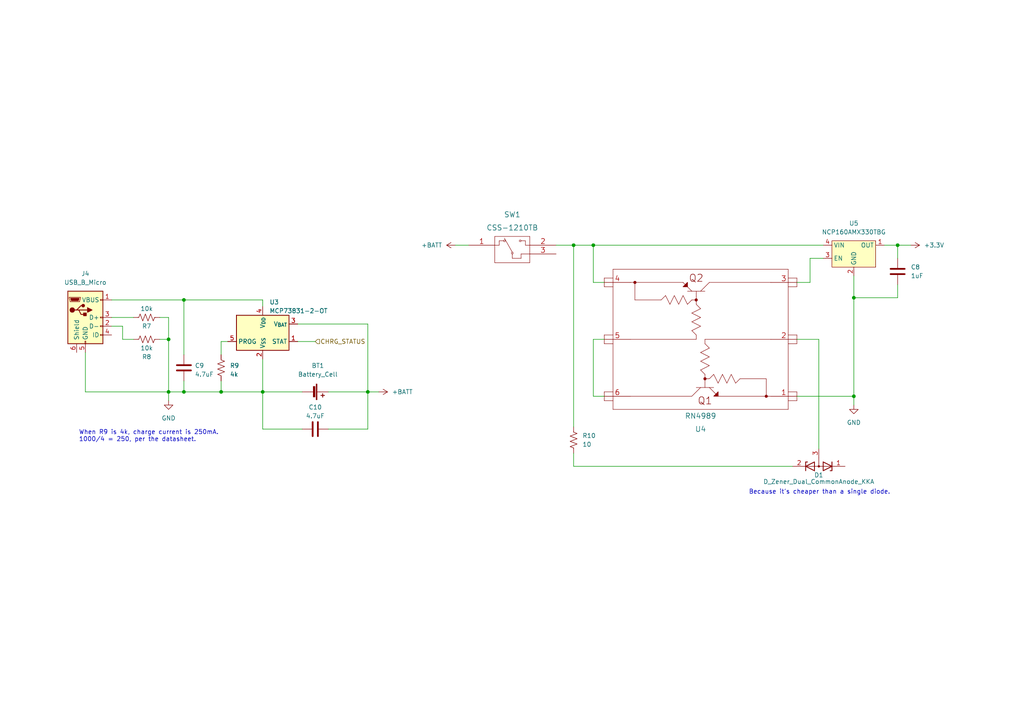
<source format=kicad_sch>
(kicad_sch (version 20230121) (generator eeschema)
  (paper "A4")
  (title_block (title "Power") (rev "1"))
  (lib_symbols
    (symbol "Battery_Management:MCP73831-2-OT"
      (property "Reference" "U" (at -7.62 6.35 0))
      (property "Value" "MCP73831-2-OT" (at 1.27 6.35 0))
      (symbol "MCP73831-2-OT_0_1"
        (rectangle (start -7.62 5.08) (end 7.62 -5.08) (stroke (width 0.254)) (fill (type background)))
      )
      (symbol "MCP73831-2-OT_1_1"
        (pin output line (at 10.16 -2.54 180) (length 2.54) (name "STAT") (number "1"))
        (pin power_in line (at 0 -7.62 90) (length 2.54) (name "V_{SS}") (number "2"))
        (pin power_out line (at 10.16 2.54 180) (length 2.54) (name "V_{BAT}") (number "3"))
        (pin power_in line (at 0 7.62 270) (length 2.54) (name "V_{DD}") (number "4"))
        (pin input line (at -10.16 -2.54 0) (length 2.54) (name "PROG") (number "5"))
      )
    )
    (symbol "CSS-1210TB:CSS-1210TB" (pin_names (offset 0.254) hide)
      (property "Reference" "SW" (at 12.7 7.62 0))
      (property "Value" "CSS-1210TB" (at 12.7 5.08 0))
      (symbol "CSS-1210TB_1_1"
        (polyline (pts (xy 7.62 -5.08) (xy 17.78 -5.08)) (stroke (width 0.127)))
        (polyline (pts (xy 7.62 0) (xy 8.89 0)) (stroke (width 0.127)))
        (polyline (pts (xy 7.62 2.54) (xy 7.62 -5.08)) (stroke (width 0.127)))
        (polyline (pts (xy 8.89 0) (xy 8.89 1.27)) (stroke (width 0.127)))
        (polyline (pts (xy 8.89 1.27) (xy 10.16 1.27)) (stroke (width 0.127)))
        (polyline (pts (xy 12.7 -3.81) (xy 12.7 -2.54)) (stroke (width 0.127)))
        (polyline (pts (xy 12.7 -2.032) (xy 10.414 2.032)) (stroke (width 0.127)))
        (polyline (pts (xy 15.24 -3.81) (xy 12.7 -3.81)) (stroke (width 0.127)))
        (polyline (pts (xy 15.24 -2.54) (xy 15.24 -3.81)) (stroke (width 0.127)))
        (polyline (pts (xy 15.24 1.27) (xy 16.51 1.27)) (stroke (width 0.127)))
        (polyline (pts (xy 16.51 0) (xy 17.78 0)) (stroke (width 0.127)))
        (polyline (pts (xy 16.51 1.27) (xy 16.51 0)) (stroke (width 0.127)))
        (polyline (pts (xy 17.78 -5.08) (xy 17.78 2.54)) (stroke (width 0.127)))
        (polyline (pts (xy 17.78 -2.54) (xy 15.24 -2.54)) (stroke (width 0.127)))
        (polyline (pts (xy 17.78 2.54) (xy 7.62 2.54)) (stroke (width 0.127)))
        (circle (center 10.414 1.27) (radius 0.254) (stroke (width 0.127)))
        (arc (start 10.668 1.27) (mid 10.668 1.27) (end 10.668 1.27) (stroke (width 0.127)))
        (arc (start 12.7 -2.54) (mid 12.7 -2.54) (end 12.7 -2.54) (stroke (width 0.127)))
        (circle (center 12.7 -2.286) (radius 0.254) (stroke (width 0.127)))
        (circle (center 14.986 1.27) (radius 0.254) (stroke (width 0.127)))
        (arc (start 15.24 1.27) (mid 15.24 1.27) (end 15.24 1.27) (stroke (width 0.127)))
        (pin unspecified line (at 0 0 0) (length 7.62) (name "1") (number "1"))
        (pin unspecified line (at 25.4 0 180) (length 7.62) (name "2") (number "2"))
        (pin unspecified line (at 25.4 -2.54 180) (length 7.62) (name "3") (number "3"))
      )
    )
    (symbol "Connector:USB_B_Micro" (pin_names (offset 1.016))
      (property "Reference" "J" (at -5.08 11.43 0))
      (property "Value" "USB_B_Micro" (at -5.08 8.89 0))
      (symbol "USB_B_Micro_0_1"
        (rectangle (start -5.08 -7.62) (end 5.08 7.62) (stroke (width 0.254)) (fill (type background)))
        (circle (center -3.81 2.159) (radius 0.635) (stroke (width 0.254)) (fill (type outline)))
        (circle (center -0.635 3.429) (radius 0.381) (stroke (width 0.254)) (fill (type outline)))
        (rectangle (start -0.127 -7.62) (end 0.127 -6.858))
        (polyline (pts (xy -1.905 2.159) (xy 0.635 2.159)) (stroke (width 0.254)))
        (polyline (pts (xy -3.175 2.159) (xy -2.54 2.159) (xy -1.27 3.429) (xy -0.635 3.429)) (stroke (width 0.254)))
        (polyline (pts (xy -2.54 2.159) (xy -1.905 2.159) (xy -1.27 0.889) (xy 0 0.889)) (stroke (width 0.254)))
        (polyline (pts (xy 0.635 2.794) (xy 0.635 1.524) (xy 1.905 2.159) (xy 0.635 2.794)) (stroke (width 0.254)) (fill (type outline)))
        (polyline (pts (xy -4.318 5.588) (xy -1.778 5.588) (xy -2.032 4.826) (xy -4.064 4.826) (xy -4.318 5.588)) (fill (type outline)))
        (polyline (pts (xy -4.699 5.842) (xy -4.699 5.588) (xy -4.445 4.826) (xy -4.445 4.572) (xy -1.651 4.572) (xy -1.651 4.826) (xy -1.397 5.588) (xy -1.397 5.842) (xy -4.699 5.842)))
        (rectangle (start 0.254 1.27) (end -0.508 0.508) (stroke (width 0.254)) (fill (type outline)))
        (rectangle (start 5.08 -5.207) (end 4.318 -4.953))
        (rectangle (start 5.08 -2.667) (end 4.318 -2.413))
        (rectangle (start 5.08 -0.127) (end 4.318 0.127))
        (rectangle (start 5.08 4.953) (end 4.318 5.207))
      )
      (symbol "USB_B_Micro_1_1"
        (pin power_out line (at 7.62 5.08 180) (length 2.54) (name "VBUS") (number "1"))
        (pin bidirectional line (at 7.62 -2.54 180) (length 2.54) (name "D-") (number "2"))
        (pin bidirectional line (at 7.62 0 180) (length 2.54) (name "D+") (number "3"))
        (pin passive line (at 7.62 -5.08 180) (length 2.54) (name "ID") (number "4"))
        (pin power_out line (at 0 -10.16 90) (length 2.54) (name "GND") (number "5"))
        (pin passive line (at -2.54 -10.16 90) (length 2.54) (name "Shield") (number "6"))
      )
    )
    (symbol "Device:Battery_Cell" (pin_numbers hide) (pin_names (offset 0) hide)
      (property "Reference" "BT" (at 2.54 2.54 0))
      (property "Value" "Battery_Cell" (at 2.54 0 0))
      (symbol "Battery_Cell_0_1"
        (rectangle (start -2.286 1.778) (end 2.286 1.524) (fill (type outline)))
        (rectangle (start -1.5748 1.1938) (end 1.4732 0.6858) (fill (type outline)))
        (polyline (pts (xy 0 0.762) (xy 0 0)))
        (polyline (pts (xy 0 1.778) (xy 0 2.54)))
        (polyline (pts (xy 0.508 3.429) (xy 1.524 3.429)) (stroke (width 0.254)))
        (polyline (pts (xy 1.016 3.937) (xy 1.016 2.921)) (stroke (width 0.254)))
      )
      (symbol "Battery_Cell_1_1"
        (pin passive line (at 0 5.08 270) (length 2.54) (name "+") (number "1"))
        (pin passive line (at 0 -2.54 90) (length 2.54) (name "-") (number "2"))
      )
    )
    (symbol "Device:C" (pin_numbers hide) (pin_names (offset 0.254))
      (property "Reference" "C" (at 0.635 2.54 0))
      (property "Value" "C" (at 0.635 -2.54 0))
      (symbol "C_0_1"
        (polyline (pts (xy -2.032 -0.762) (xy 2.032 -0.762)) (stroke (width 0.508)))
        (polyline (pts (xy -2.032 0.762) (xy 2.032 0.762)) (stroke (width 0.508)))
      )
      (symbol "C_1_1"
        (pin passive line (at 0 3.81 270) (length 2.794) (name "~") (number "1"))
        (pin passive line (at 0 -3.81 90) (length 2.794) (name "~") (number "2"))
      )
    )
    (symbol "Device:D_Zener_Dual_CommonAnode_KKA" (pin_names (offset 0.762) hide)
      (property "Reference" "D" (at 1.27 -2.54 0))
      (property "Value" "D_Zener_Dual_CommonAnode_KKA" (at 0 2.54 0))
      (symbol "D_Zener_Dual_CommonAnode_KKA_0_1"
        (polyline (pts (xy -3.556 0) (xy 3.81 0)))
        (polyline (pts (xy 0 0) (xy 0 -2.54)))
        (polyline (pts (xy -3.81 -1.27) (xy -3.81 1.27) (xy -3.302 1.27)) (stroke (width 0.254)))
        (polyline (pts (xy 3.302 -1.27) (xy 3.81 -1.27) (xy 3.81 1.27)) (stroke (width 0.254)))
        (polyline (pts (xy -1.27 -1.27) (xy -3.81 0) (xy -1.27 1.27) (xy -1.27 -1.27) (xy -1.27 -1.27) (xy -1.27 -1.27)) (stroke (width 0.254)))
        (polyline (pts (xy 1.27 1.27) (xy 3.81 0) (xy 1.27 -1.27) (xy 1.27 1.27) (xy 1.27 1.27) (xy 1.27 1.27)) (stroke (width 0.254)))
        (circle (center 0 0) (radius 0.254) (fill (type outline)))
        (pin passive line (at -7.62 0 0) (length 3.81) (name "K") (number "1"))
        (pin passive line (at 7.62 0 180) (length 3.81) (name "K") (number "2"))
        (pin passive line (at 0 -5.08 90) (length 2.54) (name "A") (number "3"))
      )
    )
    (symbol "Device:R_US" (pin_numbers hide) (pin_names (offset 0))
      (property "Reference" "R" (at 2.54 0 90))
      (property "Value" "R_US" (at -2.54 0 90))
      (symbol "R_US_0_1"
        (polyline (pts (xy 0 -2.286) (xy 0 -2.54)))
        (polyline (pts (xy 0 2.286) (xy 0 2.54)))
        (polyline (pts (xy 0 -0.762) (xy 1.016 -1.143) (xy 0 -1.524) (xy -1.016 -1.905) (xy 0 -2.286)))
        (polyline (pts (xy 0 0.762) (xy 1.016 0.381) (xy 0 0) (xy -1.016 -0.381) (xy 0 -0.762)))
        (polyline (pts (xy 0 2.286) (xy 1.016 1.905) (xy 0 1.524) (xy -1.016 1.143) (xy 0 0.762)))
      )
      (symbol "R_US_1_1"
        (pin passive line (at 0 3.81 270) (length 1.27) (name "~") (number "1"))
        (pin passive line (at 0 -3.81 90) (length 1.27) (name "~") (number "2"))
      )
    )
    (symbol "NCP160:NCP160AMX330TBG"
      (property "Reference" "U" (at 0 2.54 0))
      (property "Value" "NCP160AMX330TBG" (at 0 0 0))
      (symbol "NCP160AMX330TBG_0_1"
        (rectangle (start -6.35 -2.54) (end 6.35 -10.16) (fill (type background)))
      )
      (symbol "NCP160AMX330TBG_1_1"
        (pin power_out line (at 8.89 -3.81 180) (length 2.54) (name "OUT") (number "1"))
        (pin power_in line (at 0 -12.7 90) (length 2.54) (name "GND") (number "2"))
        (pin input line (at -8.89 -7.62 0) (length 2.54) (name "EN") (number "3"))
        (pin power_in line (at -8.89 -3.81 0) (length 2.54) (name "VIN") (number "4"))
        (pin free line (at 0 -12.7 90) (length 2.54) hide (name "EPAD") (number "5"))
      )
    )
    (symbol "RN4989:RN4989" (pin_names (offset 0.254) hide)
      (property "Reference" "U" (at 27.94 8.89 0))
      (property "Value" "RN4989" (at 27.94 6.35 0))
      (symbol "RN4989_0_0"
        (text "Q1" (at 26.67 1.27 0) (effects (font (size 2.0828 2.0828))))
        (text "Q2" (at 29.21 -34.29 0) (effects (font (size 2.0828 2.0828))))
      )
      (symbol "RN4989_1_1"
        (polyline (pts (xy 0 -34.29) (xy 2.54 -34.29)) (stroke (width 0.127)))
        (polyline (pts (xy 0 -31.75) (xy 0 -34.29)) (stroke (width 0.127)))
        (polyline (pts (xy 0 -31.75) (xy 2.54 -31.75)) (stroke (width 0.127)))
        (polyline (pts (xy 0 -17.78) (xy 2.54 -17.78)) (stroke (width 0.127)))
        (polyline (pts (xy 0 -15.24) (xy 0 -17.78)) (stroke (width 0.127)))
        (polyline (pts (xy 0 -15.24) (xy 2.54 -15.24)) (stroke (width 0.127)))
        (polyline (pts (xy 0 -1.27) (xy 2.54 -1.27)) (stroke (width 0.127)))
        (polyline (pts (xy 0 1.27) (xy 0 -1.27)) (stroke (width 0.127)))
        (polyline (pts (xy 0 1.27) (xy 2.54 1.27)) (stroke (width 0.127)))
        (polyline (pts (xy 2.54 -36.83) (xy 53.34 -36.83)) (stroke (width 0.127)))
        (polyline (pts (xy 2.54 3.81) (xy 2.54 -36.83)) (stroke (width 0.127)))
        (polyline (pts (xy 7.62 -16.51) (xy 26.67 -16.51)) (stroke (width 0.127)))
        (polyline (pts (xy 8.89 -5.08) (xy 8.89 0)) (stroke (width 0.127)))
        (polyline (pts (xy 16.51 -5.08) (xy 8.89 -5.08)) (stroke (width 0.127)))
        (polyline (pts (xy 17.78 -3.81) (xy 16.51 -5.08)) (stroke (width 0.127)))
        (polyline (pts (xy 19.05 -6.35) (xy 17.78 -3.81)) (stroke (width 0.127)))
        (polyline (pts (xy 20.32 -3.81) (xy 19.05 -6.35)) (stroke (width 0.127)))
        (polyline (pts (xy 21.59 -6.35) (xy 20.32 -3.81)) (stroke (width 0.127)))
        (polyline (pts (xy 22.86 -3.81) (xy 21.59 -6.35)) (stroke (width 0.127)))
        (polyline (pts (xy 22.86 -1.27) (xy 24.13 0)) (stroke (width 0.127)))
        (polyline (pts (xy 22.86 0) (xy 7.62 0)) (stroke (width 0.127)))
        (polyline (pts (xy 22.86 0) (xy 22.86 -1.27)) (stroke (width 0.127)))
        (polyline (pts (xy 24.13 -6.35) (xy 22.86 -3.81)) (stroke (width 0.127)))
        (polyline (pts (xy 24.13 -2.54) (xy 29.21 -2.54)) (stroke (width 0.127)))
        (polyline (pts (xy 24.13 0) (xy 22.86 0)) (stroke (width 0.127)))
        (polyline (pts (xy 25.4 -33.02) (xy 7.62 -33.02)) (stroke (width 0.127)))
        (polyline (pts (xy 25.4 -13.97) (xy 27.94 -12.7)) (stroke (width 0.127)))
        (polyline (pts (xy 25.4 -11.43) (xy 27.94 -10.16)) (stroke (width 0.127)))
        (polyline (pts (xy 25.4 -8.89) (xy 27.94 -7.62)) (stroke (width 0.127)))
        (polyline (pts (xy 25.4 -5.08) (xy 24.13 -6.35)) (stroke (width 0.127)))
        (polyline (pts (xy 25.4 -2.54) (xy 22.86 0)) (stroke (width 0.127)))
        (polyline (pts (xy 26.67 -30.48) (xy 31.75 -30.48)) (stroke (width 0.127)))
        (polyline (pts (xy 26.67 -15.24) (xy 25.4 -13.97)) (stroke (width 0.127)))
        (polyline (pts (xy 26.67 -15.24) (xy 26.67 -16.51)) (stroke (width 0.127)))
        (polyline (pts (xy 26.67 -6.35) (xy 26.67 -2.54)) (stroke (width 0.127)))
        (polyline (pts (xy 26.67 -5.08) (xy 25.4 -5.08)) (stroke (width 0.127)))
        (polyline (pts (xy 27.94 -30.48) (xy 25.4 -33.02)) (stroke (width 0.127)))
        (polyline (pts (xy 27.94 -25.4) (xy 30.48 -24.13)) (stroke (width 0.127)))
        (polyline (pts (xy 27.94 -22.86) (xy 30.48 -21.59)) (stroke (width 0.127)))
        (polyline (pts (xy 27.94 -20.32) (xy 30.48 -19.05)) (stroke (width 0.127)))
        (polyline (pts (xy 27.94 -12.7) (xy 25.4 -11.43)) (stroke (width 0.127)))
        (polyline (pts (xy 27.94 -10.16) (xy 25.4 -8.89)) (stroke (width 0.127)))
        (polyline (pts (xy 27.94 -7.62) (xy 26.67 -6.35)) (stroke (width 0.127)))
        (polyline (pts (xy 27.94 -2.54) (xy 30.48 0)) (stroke (width 0.127)))
        (polyline (pts (xy 29.21 -27.94) (xy 30.48 -27.94)) (stroke (width 0.127)))
        (polyline (pts (xy 29.21 -26.67) (xy 27.94 -25.4)) (stroke (width 0.127)))
        (polyline (pts (xy 29.21 -26.67) (xy 29.21 -30.48)) (stroke (width 0.127)))
        (polyline (pts (xy 29.21 -17.78) (xy 29.21 -16.51)) (stroke (width 0.127)))
        (polyline (pts (xy 30.48 -30.48) (xy 33.02 -33.02)) (stroke (width 0.127)))
        (polyline (pts (xy 30.48 -27.94) (xy 31.75 -26.67)) (stroke (width 0.127)))
        (polyline (pts (xy 30.48 -24.13) (xy 27.94 -22.86)) (stroke (width 0.127)))
        (polyline (pts (xy 30.48 -21.59) (xy 27.94 -20.32)) (stroke (width 0.127)))
        (polyline (pts (xy 30.48 -19.05) (xy 29.21 -17.78)) (stroke (width 0.127)))
        (polyline (pts (xy 30.48 0) (xy 48.26 0)) (stroke (width 0.127)))
        (polyline (pts (xy 31.75 -33.02) (xy 33.02 -31.75)) (stroke (width 0.127)))
        (polyline (pts (xy 31.75 -31.75) (xy 31.75 -33.02)) (stroke (width 0.127)))
        (polyline (pts (xy 31.75 -26.67) (xy 33.02 -29.21)) (stroke (width 0.127)))
        (polyline (pts (xy 33.02 -33.02) (xy 48.26 -33.02)) (stroke (width 0.127)))
        (polyline (pts (xy 33.02 -31.75) (xy 31.75 -31.75)) (stroke (width 0.127)))
        (polyline (pts (xy 33.02 -29.21) (xy 34.29 -26.67)) (stroke (width 0.127)))
        (polyline (pts (xy 34.29 -26.67) (xy 35.56 -29.21)) (stroke (width 0.127)))
        (polyline (pts (xy 35.56 -29.21) (xy 36.83 -26.67)) (stroke (width 0.127)))
        (polyline (pts (xy 36.83 -26.67) (xy 38.1 -29.21)) (stroke (width 0.127)))
        (polyline (pts (xy 38.1 -29.21) (xy 39.37 -27.94)) (stroke (width 0.127)))
        (polyline (pts (xy 39.37 -27.94) (xy 46.99 -27.94)) (stroke (width 0.127)))
        (polyline (pts (xy 46.99 -27.94) (xy 46.99 -33.02)) (stroke (width 0.127)))
        (polyline (pts (xy 48.26 -16.51) (xy 29.21 -16.51)) (stroke (width 0.127)))
        (polyline (pts (xy 53.34 -36.83) (xy 53.34 3.81)) (stroke (width 0.127)))
        (polyline (pts (xy 53.34 -31.75) (xy 55.88 -31.75)) (stroke (width 0.127)))
        (polyline (pts (xy 53.34 -15.24) (xy 55.88 -15.24)) (stroke (width 0.127)))
        (polyline (pts (xy 53.34 1.27) (xy 55.88 1.27)) (stroke (width 0.127)))
        (polyline (pts (xy 53.34 3.81) (xy 2.54 3.81)) (stroke (width 0.127)))
        (polyline (pts (xy 55.88 -34.29) (xy 53.34 -34.29)) (stroke (width 0.127)))
        (polyline (pts (xy 55.88 -31.75) (xy 55.88 -34.29)) (stroke (width 0.127)))
        (polyline (pts (xy 55.88 -17.78) (xy 53.34 -17.78)) (stroke (width 0.127)))
        (polyline (pts (xy 55.88 -15.24) (xy 55.88 -17.78)) (stroke (width 0.127)))
        (polyline (pts (xy 55.88 -1.27) (xy 53.34 -1.27)) (stroke (width 0.127)))
        (polyline (pts (xy 55.88 1.27) (xy 55.88 -1.27)) (stroke (width 0.127)))
        (polyline (pts (xy 22.86 0) (xy 24.13 0) (xy 22.86 -1.27) (xy 22.86 0)) (fill (type outline)))
        (polyline (pts (xy 31.75 -31.75) (xy 33.02 -31.75) (xy 31.75 -33.02) (xy 31.75 -31.75)) (fill (type outline)))
        (circle (center 8.89 0) (radius 0.254) (stroke (width 0.381)))
        (circle (center 26.67 -5.08) (radius 0.254) (stroke (width 0.381)))
        (circle (center 29.21 -27.94) (radius 0.254) (stroke (width 0.381)))
        (circle (center 46.99 -33.02) (radius 0.254) (stroke (width 0.381)))
        (pin unspecified line (at 0 0 0) (length 7.62) (name "EMITTER1") (number "1"))
        (pin unspecified line (at 0 -16.51 0) (length 7.62) (name "BASE1") (number "2"))
        (pin unspecified line (at 0 -33.02 0) (length 7.62) (name "COLLECTOR2") (number "3"))
        (pin unspecified line (at 55.88 -33.02 180) (length 7.62) (name "EMITTER2") (number "4"))
        (pin unspecified line (at 55.88 -16.51 180) (length 7.62) (name "BASE2") (number "5"))
        (pin unspecified line (at 55.88 0 180) (length 7.62) (name "COLLECTOR1") (number "6"))
      )
    )
    (symbol "power:+3.3V" (power) (pin_names (offset 0))
      (property "Value" "+3.3V" (at 0 3.556 0))
      (symbol "+3.3V_0_1"
        (polyline (pts (xy -0.762 1.27) (xy 0 2.54)))
        (polyline (pts (xy 0 0) (xy 0 2.54)))
        (polyline (pts (xy 0 2.54) (xy 0.762 1.27)))
      )
      (symbol "+3.3V_1_1"
        (pin power_in line (at 0 0 90) (length 0) hide (name "+3.3V") (number "1"))
      )
    )
    (symbol "power:+BATT" (power) (pin_names (offset 0))
      (property "Value" "+BATT" (at 0 3.556 0))
      (symbol "+BATT_0_1"
        (polyline (pts (xy -0.762 1.27) (xy 0 2.54)))
        (polyline (pts (xy 0 0) (xy 0 2.54)))
        (polyline (pts (xy 0 2.54) (xy 0.762 1.27)))
      )
      (symbol "+BATT_1_1"
        (pin power_in line (at 0 0 90) (length 0) hide (name "+BATT") (number "1"))
      )
    )
    (symbol "power:GND" (power) (pin_names (offset 0))
      (property "Value" "GND" (at 0 -3.81 0))
      (symbol "GND_0_1"
        (polyline (pts (xy 0 0) (xy 0 -1.27) (xy 1.27 -1.27) (xy 0 -2.54) (xy -1.27 -1.27) (xy 0 -1.27)))
      )
      (symbol "GND_1_1"
        (pin power_in line (at 0 0 270) (length 0) hide (name "GND") (number "1"))
      )
    )
  )
  (junction (at 247.65 114.935))
  (junction (at 172.085 71.12))
  (junction (at 247.65 86.36))
  (junction (at 53.34 86.995))
  (junction (at 106.68 113.665))
  (junction (at 166.37 71.12))
  (junction (at 48.895 98.425))
  (junction (at 53.34 113.665))
  (junction (at 48.895 113.665))
  (junction (at 76.2 113.665))
  (junction (at 64.135 113.665))
  (junction (at 260.35 71.12))
  (wire (pts (xy 234.95 81.915) (xy 234.95 74.93)))
  (wire (pts (xy 247.65 86.36) (xy 247.65 114.935)))
  (wire (pts (xy 24.765 113.665) (xy 48.895 113.665)))
  (wire (pts (xy 86.36 93.98) (xy 106.68 93.98)))
  (wire (pts (xy 172.085 71.12) (xy 238.76 71.12)))
  (wire (pts (xy 64.135 113.665) (xy 76.2 113.665)))
  (wire (pts (xy 247.65 114.935) (xy 247.65 117.475)))
  (wire (pts (xy 86.36 99.06) (xy 91.44 99.06)))
  (wire (pts (xy 132.08 71.12) (xy 135.89 71.12)))
  (wire (pts (xy 64.135 99.06) (xy 64.135 102.87)))
  (wire (pts (xy 161.29 71.12) (xy 166.37 71.12)))
  (wire (pts (xy 87.63 124.46) (xy 76.2 124.46)))
  (wire (pts (xy 48.895 92.075) (xy 48.895 98.425)))
  (wire (pts (xy 106.68 93.98) (xy 106.68 113.665)))
  (wire (pts (xy 53.34 86.995) (xy 76.2 86.995)))
  (wire (pts (xy 95.25 113.665) (xy 106.68 113.665)))
  (wire (pts (xy 172.085 71.12) (xy 172.085 81.915)))
  (wire (pts (xy 48.895 98.425) (xy 48.895 113.665)))
  (wire (pts (xy 247.65 86.36) (xy 260.35 86.36)))
  (wire (pts (xy 66.04 99.06) (xy 64.135 99.06)))
  (wire (pts (xy 231.14 114.935) (xy 247.65 114.935)))
  (wire (pts (xy 175.26 81.915) (xy 172.085 81.915)))
  (wire (pts (xy 95.25 124.46) (xy 106.68 124.46)))
  (wire (pts (xy 260.35 82.55) (xy 260.35 86.36)))
  (wire (pts (xy 35.56 98.425) (xy 38.735 98.425)))
  (wire (pts (xy 172.085 98.425) (xy 172.085 114.935)))
  (wire (pts (xy 76.2 113.665) (xy 87.63 113.665)))
  (wire (pts (xy 32.385 92.075) (xy 38.735 92.075)))
  (wire (pts (xy 260.35 71.12) (xy 264.16 71.12)))
  (wire (pts (xy 64.135 110.49) (xy 64.135 113.665)))
  (wire (pts (xy 175.26 98.425) (xy 172.085 98.425)))
  (wire (pts (xy 53.34 113.665) (xy 64.135 113.665)))
  (wire (pts (xy 247.65 80.01) (xy 247.65 86.36)))
  (wire (pts (xy 237.49 98.425) (xy 237.49 130.175)))
  (wire (pts (xy 32.385 86.995) (xy 53.34 86.995)))
  (wire (pts (xy 256.54 71.12) (xy 260.35 71.12)))
  (wire (pts (xy 24.765 113.665) (xy 24.765 102.235)))
  (wire (pts (xy 76.2 104.14) (xy 76.2 113.665)))
  (wire (pts (xy 32.385 94.615) (xy 35.56 94.615)))
  (wire (pts (xy 166.37 71.12) (xy 166.37 123.825)))
  (wire (pts (xy 76.2 124.46) (xy 76.2 113.665)))
  (wire (pts (xy 35.56 94.615) (xy 35.56 98.425)))
  (wire (pts (xy 46.355 98.425) (xy 48.895 98.425)))
  (wire (pts (xy 76.2 86.995) (xy 76.2 88.9)))
  (wire (pts (xy 166.37 131.445) (xy 166.37 135.255)))
  (wire (pts (xy 106.68 113.665) (xy 109.855 113.665)))
  (wire (pts (xy 166.37 71.12) (xy 172.085 71.12)))
  (wire (pts (xy 53.34 86.995) (xy 53.34 102.87)))
  (wire (pts (xy 46.355 92.075) (xy 48.895 92.075)))
  (wire (pts (xy 172.085 114.935) (xy 175.26 114.935)))
  (wire (pts (xy 260.35 71.12) (xy 260.35 74.93)))
  (wire (pts (xy 166.37 135.255) (xy 229.87 135.255)))
  (wire (pts (xy 106.68 124.46) (xy 106.68 113.665)))
  (wire (pts (xy 53.34 110.49) (xy 53.34 113.665)))
  (wire (pts (xy 231.14 98.425) (xy 237.49 98.425)))
  (wire (pts (xy 234.95 74.93) (xy 238.76 74.93)))
  (wire (pts (xy 48.895 113.665) (xy 48.895 116.205)))
  (wire (pts (xy 231.14 81.915) (xy 234.95 81.915)))
  (wire (pts (xy 48.895 113.665) (xy 53.34 113.665)))
  (text "Because it's cheaper than a single diode." (at 217.17 143.51 0) (effects (font (size 1.27 1.27)) (justify left bottom)))
  (text "When R9 is 4k, charge current is 250mA.\n1000/4 = 250, per the datasheet." (at 22.86 128.27 0) (effects (font (size 1.27 1.27)) (justify left bottom)))
  (hierarchical_label "CHRG_STATUS" (shape input) (at 91.44 99.06 0))
  (symbol (lib_id "power:GND") (at 247.65 117.475 0) (unit 1)
    (property "Reference" "#PWR019" (effects hide))
    (property "Value" "GND" (at 247.65 122.555 0))
  )
  (symbol (lib_id "CSS-1210TB:CSS-1210TB") (at 135.89 71.12 0) (unit 1)
    (property "Reference" "SW1" (at 148.59 62.23 0) (effects (font (size 1.524 1.524))))
    (property "Value" "CSS-1210TB" (at 148.59 66.04 0) (effects (font (size 1.524 1.524))))
    (property "Footprint" "CSS-1210TB:CSS-1210TB" (effects hide))
  )
  (symbol (lib_id "RN4989:RN4989") (at 231.14 114.935 180) (unit 1)
    (property "Reference" "U4" (at 203.2 124.46 0) (effects (font (size 1.524 1.524))))
    (property "Value" "RN4989" (at 203.2 120.65 0) (effects (font (size 1.524 1.524))))
    (property "Footprint" "RN4989:RN4989" (effects hide))
  )
  (symbol (lib_id "power:GND") (at 48.895 116.205 0) (unit 1)
    (property "Reference" "#PWR016" (effects hide))
    (property "Value" "GND" (at 48.895 121.285 0))
  )
  (symbol (lib_id "power:+3.3V") (at 264.16 71.12 270) (unit 1)
    (property "Reference" "#PWR020" (effects hide))
    (property "Value" "+3.3V" (at 267.97 71.1199 90) (effects (justify left)))
  )
  (symbol (lib_id "Device:R_US") (at 64.135 106.68 0) (unit 1)
    (property "Reference" "R9" (at 66.675 106.045 0) (effects (justify left)))
    (property "Value" "4k" (at 66.675 108.585 0) (effects (justify left)))
    (property "Footprint" "Resistor_SMD:R_1206_3216Metric_Pad1.30x1.75mm_HandSolder" (effects hide))
  )
  (symbol (lib_id "Device:C") (at 53.34 106.68 0) (unit 1)
    (property "Reference" "C9" (at 56.515 106.045 0) (effects (justify left)))
    (property "Value" "4.7uF" (at 56.515 108.585 0) (effects (justify left)))
    (property "Footprint" "Capacitor_SMD:C_1206_3216Metric_Pad1.33x1.80mm_HandSolder" (effects hide))
  )
  (symbol (lib_id "Connector:USB_B_Micro") (at 24.765 92.075 0) (unit 1)
    (property "Reference" "J4" (at 24.765 79.375 0))
    (property "Value" "USB_B_Micro" (at 24.765 81.915 0))
    (property "Footprint" "Connector_USB:USB_Micro-B_Amphenol_10118194_Horizontal" (effects hide))
  )
  (symbol (lib_id "Device:Battery_Cell") (at 90.17 113.665 270) (unit 1)
    (property "Reference" "BT1" (at 92.202 106.045 90))
    (property "Value" "Battery_Cell" (at 92.202 108.585 90))
    (property "Footprint" "Connector_PinHeader_2.54mm:PinHeader_1x02_P2.54mm_Vertical" (effects hide))
  )
  (symbol (lib_id "Device:C") (at 91.44 124.46 270) (unit 1)
    (property "Reference" "C10" (at 91.44 118.11 90))
    (property "Value" "4.7uF" (at 91.44 120.65 90))
    (property "Footprint" "Capacitor_SMD:C_1206_3216Metric_Pad1.33x1.80mm_HandSolder" (effects hide))
  )
  (symbol (lib_id "NCP160:NCP160AMX330TBG") (at 247.65 67.31 0) (unit 1)
    (property "Reference" "U5" (at 247.65 64.77 0))
    (property "Value" "NCP160AMX330TBG" (at 247.65 67.31 0))
    (property "Footprint" "Package_DFN_QFN:OnSemi_XDFN4-1EP_1.0x1.0mm_EP0.52x0.52mm" (effects hide))
  )
  (symbol (lib_id "Device:R_US") (at 42.545 92.075 90) (unit 1)
    (property "Reference" "R7" (at 42.545 94.615 90))
    (property "Value" "10k" (at 42.545 89.535 90))
    (property "Footprint" "Resistor_SMD:R_1206_3216Metric_Pad1.30x1.75mm_HandSolder" (effects hide))
  )
  (symbol (lib_id "power:+BATT") (at 132.08 71.12 90) (unit 1)
    (property "Reference" "#PWR018" (effects hide))
    (property "Value" "+BATT" (at 128.27 71.1199 90) (effects (justify left)))
  )
  (symbol (lib_id "Device:R_US") (at 166.37 127.635 0) (unit 1)
    (property "Reference" "R10" (at 168.91 126.3649 0) (effects (justify left)))
    (property "Value" "10" (at 168.91 128.905 0) (effects (justify left)))
    (property "Footprint" "Resistor_SMD:R_1206_3216Metric_Pad1.30x1.75mm_HandSolder" (effects hide))
  )
  (symbol (lib_id "power:+BATT") (at 109.855 113.665 270) (unit 1)
    (property "Reference" "#PWR017" (effects hide))
    (property "Value" "+BATT" (at 113.665 113.6649 90) (effects (justify left)))
  )
  (symbol (lib_id "Battery_Management:MCP73831-2-OT") (at 76.2 96.52 0) (unit 1)
    (property "Reference" "U3" (at 78.1559 87.63 0) (effects (justify left)))
    (property "Value" "MCP73831-2-OT" (at 78.1559 90.17 0) (effects (justify left)))
    (property "Footprint" "Package_TO_SOT_SMD:SOT-23-5" (effects hide))
    (property "Datasheet" "http://ww1.microchip.com/downloads/en/DeviceDoc/20001984g.pdf" (effects hide))
  )
  (symbol (lib_id "Device:C") (at 260.35 78.74 0) (unit 1)
    (property "Reference" "C8" (at 264.16 77.4699 0) (effects (justify left)))
    (property "Value" "1uF" (at 264.16 80.0099 0) (effects (justify left)))
    (property "Footprint" "Capacitor_SMD:C_1206_3216Metric_Pad1.33x1.80mm_HandSolder" (effects hide))
  )
  (symbol (lib_id "Device:D_Zener_Dual_CommonAnode_KKA") (at 237.49 135.255 180) (unit 1)
    (property "Reference" "D1" (at 237.49 137.795 0))
    (property "Value" "D_Zener_Dual_CommonAnode_KKA" (at 237.49 139.7 0))
    (property "Footprint" "Package_TO_SOT_SMD:SOT-23" (effects hide))
  )
  (symbol (lib_id "Device:R_US") (at 42.545 98.425 90) (unit 1)
    (property "Reference" "R8" (at 42.545 103.505 90))
    (property "Value" "10k" (at 42.545 100.965 90))
    (property "Footprint" "Resistor_SMD:R_1206_3216Metric_Pad1.30x1.75mm_HandSolder" (effects hide))
  )
)
</source>
